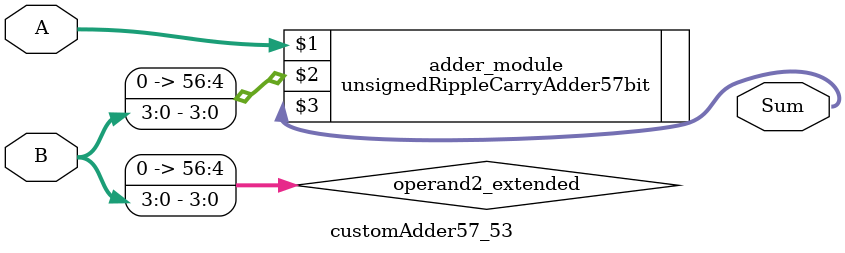
<source format=v>
module customAdder57_53(
                        input [56 : 0] A,
                        input [3 : 0] B,
                        
                        output [57 : 0] Sum
                );

        wire [56 : 0] operand2_extended;
        
        assign operand2_extended =  {53'b0, B};
        
        unsignedRippleCarryAdder57bit adder_module(
            A,
            operand2_extended,
            Sum
        );
        
        endmodule
        
</source>
